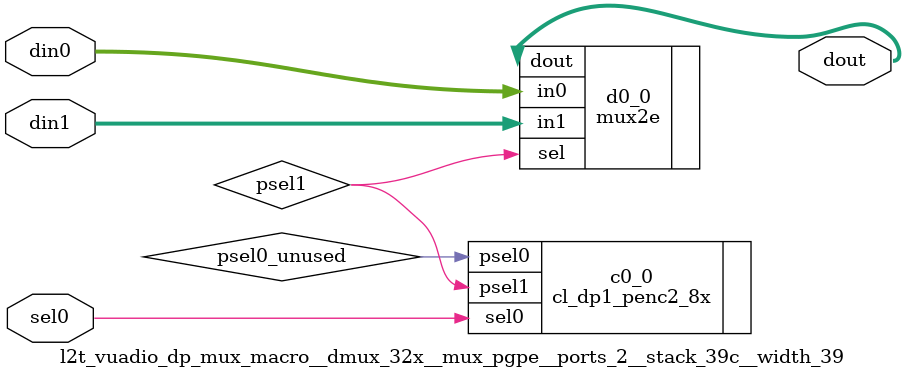
<source format=v>
module l2t_vuadio_dp (
  data_out_col1, 
  data_out_col2, 
  array_data_in, 
  vuadio_data_out_io, 
  vuadio_array_data_in_buf, 
  vuad_mux_sel); 
 
 
input	[38:0]	 data_out_col1; // from  vuadcl
input	[38:0]	 data_out_col2; // from  vuadcl
 
input	[38:0]	 array_data_in; 
 
output	[38:0]	 vuadio_data_out_io ; // output to vuad dp. 
output	[38:0]	 vuadio_array_data_in_buf; 
 
input	[1:0]	 vuad_mux_sel;  // 2-1 mux output to vuad dp. 
 
 
// assign	vuadio_array_data_in_buf = array_data_in ; 

l2t_vuadio_dp_buff_macro__dbuff_32x__stack_40c__width_39 vuadio_array_buffer  
	(
	.dout	(vuadio_array_data_in_buf[38:0]),
	.din	(array_data_in[38:0])
	);

//mux_macro mux_vuadio_data_out_io (width=39,ports=2,mux=aonpe,stack=39c,dmux=8x)
//		(
//		.dout	(vuadio_data_out_io[38:0]), 
//                .din0	(data_out_col1[38:0]), 
//                .din1	(data_out_col2[38:0]), 
//                .sel0	(vuad_mux_sel[0]), 
//                .sel1	(vuad_mux_sel[1]) 
//		); 
//

l2t_vuadio_dp_mux_macro__dmux_32x__mux_pgpe__ports_2__stack_39c__width_39 mux_vuadio_data_out_io 
                (
                .dout   (vuadio_data_out_io[38:0]), 
                .din0   (data_out_col1[38:0]), 
                .din1   (data_out_col2[38:0]), 
                .sel0   (vuad_mux_sel[0])
                );
 
endmodule 


//
//   buff macro
//
//





module l2t_vuadio_dp_buff_macro__dbuff_32x__stack_40c__width_39 (
  din, 
  dout);
  input [38:0] din;
  output [38:0] dout;






buff /*#(39)*/  d0_0 (
.in(din[38:0]),
.out(dout[38:0])
);








endmodule





// general mux macro for pass-gate and and-or muxes with/wout priority encoders
// also for pass-gate with decoder





// any PARAMS parms go into naming of macro

module l2t_vuadio_dp_mux_macro__dmux_32x__mux_pgpe__ports_2__stack_39c__width_39 (
  din0, 
  din1, 
  sel0, 
  dout);
wire psel0_unused;
wire psel1;

  input [38:0] din0;
  input [38:0] din1;
  input sel0;
  output [38:0] dout;





cl_dp1_penc2_8x  c0_0 (
 .sel0(sel0),
 .psel0(psel0_unused),
 .psel1(psel1)
);

mux2e /*#(39)*/  d0_0 (
  .sel(psel1),
  .in0(din0[38:0]),
  .in1(din1[38:0]),
.dout(dout[38:0])
);









  



endmodule


</source>
